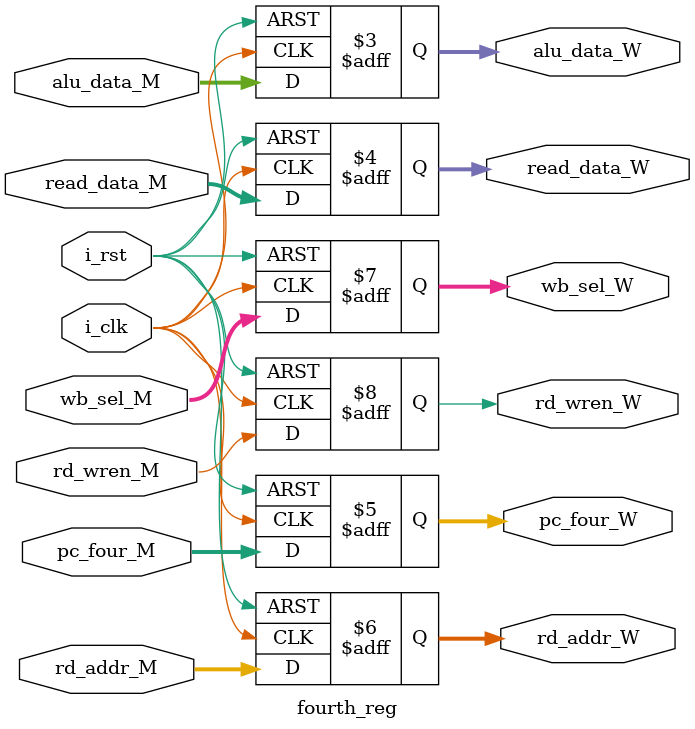
<source format=sv>
module fourth_reg	 (
  // Inputs from Memory (MEM) stage
  input  logic [31:0]  alu_data_M ,  // ALU result from Memory stage
  input  logic [31:0]  read_data_M,  // Data read from memory
  input  logic [31:0]  pc_four_M  ,  // PC + 4 from Memory stage
  input  logic [ 4:0]  rd_addr_M  ,  // Destination 	ister address in Memory stage
  input  logic	        i_rst      ,  // Reset signal
  input  logic	        i_clk      ,  // Clock signal
  input  logic [ 1:0]  wb_sel_M   ,  // Write-back selection from Memory stage
  input  logic	        rd_wren_M  ,  // Register write enable from Memory stage

  // Outputs to Write-Back (WB) stage
  output logic [31:0]  alu_data_W ,  // ALU result to Write-back stage
  output logic [31:0]  read_data_W,  // Data read from memory to Write-back stage
  output logic [31:0]  pc_four_W  ,  // PC + 4 to Write-back stage
  output logic [ 4:0]  rd_addr_W  ,  // Destination 	ister address to Write-back stage
  output logic [ 1:0]  wb_sel_W   ,  // Write-back selection to Write-back stage
  output logic 		  rd_wren_W     // Register write enable to Write-back stage
);

  always_ff @(posedge i_clk or negedge i_rst) begin
    if (!i_rst) begin
      alu_data_W  <= 32'd0;
      read_data_W <= 32'd0;
      pc_four_W   <= 32'd0;
      rd_addr_W   <=  5'd0;
      wb_sel_W    <=  2'd0;
      rd_wren_W   <=  1'b0;
    end else begin
      alu_data_W  <= alu_data_M ;
      read_data_W <= read_data_M;
      pc_four_W   <= pc_four_M  ;
      rd_addr_W   <= rd_addr_M  ;
      wb_sel_W    <= wb_sel_M   ;
      rd_wren_W   <= rd_wren_M  ;
    end
  end

endmodule
</source>
